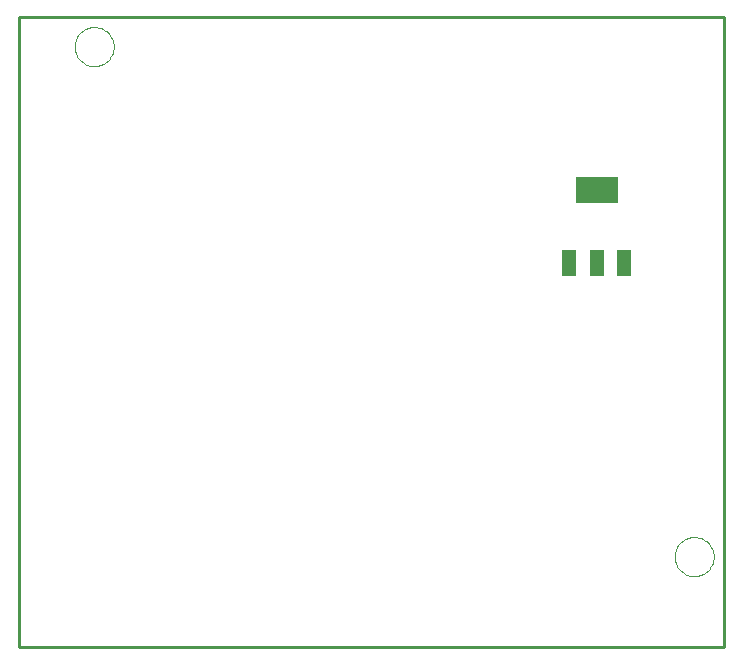
<source format=gtp>
G75*
G70*
%OFA0B0*%
%FSLAX24Y24*%
%IPPOS*%
%LPD*%
%AMOC8*
5,1,8,0,0,1.08239X$1,22.5*
%
%ADD10C,0.0100*%
%ADD11R,0.0480X0.0880*%
%ADD12R,0.1417X0.0866*%
%ADD13C,0.0000*%
D10*
X006259Y000161D02*
X006259Y021157D01*
X029754Y021157D01*
X029754Y000161D01*
X006259Y000161D01*
D11*
X024599Y012941D03*
X025509Y012941D03*
X026419Y012941D03*
D12*
X025509Y015381D03*
D13*
X008109Y020161D02*
X008111Y020211D01*
X008117Y020261D01*
X008127Y020311D01*
X008140Y020359D01*
X008157Y020407D01*
X008178Y020453D01*
X008202Y020497D01*
X008230Y020539D01*
X008261Y020579D01*
X008295Y020616D01*
X008332Y020651D01*
X008371Y020682D01*
X008412Y020711D01*
X008456Y020736D01*
X008502Y020758D01*
X008549Y020776D01*
X008597Y020790D01*
X008646Y020801D01*
X008696Y020808D01*
X008746Y020811D01*
X008797Y020810D01*
X008847Y020805D01*
X008897Y020796D01*
X008945Y020784D01*
X008993Y020767D01*
X009039Y020747D01*
X009084Y020724D01*
X009127Y020697D01*
X009167Y020667D01*
X009205Y020634D01*
X009240Y020598D01*
X009273Y020559D01*
X009302Y020518D01*
X009328Y020475D01*
X009351Y020430D01*
X009370Y020383D01*
X009385Y020335D01*
X009397Y020286D01*
X009405Y020236D01*
X009409Y020186D01*
X009409Y020136D01*
X009405Y020086D01*
X009397Y020036D01*
X009385Y019987D01*
X009370Y019939D01*
X009351Y019892D01*
X009328Y019847D01*
X009302Y019804D01*
X009273Y019763D01*
X009240Y019724D01*
X009205Y019688D01*
X009167Y019655D01*
X009127Y019625D01*
X009084Y019598D01*
X009039Y019575D01*
X008993Y019555D01*
X008945Y019538D01*
X008897Y019526D01*
X008847Y019517D01*
X008797Y019512D01*
X008746Y019511D01*
X008696Y019514D01*
X008646Y019521D01*
X008597Y019532D01*
X008549Y019546D01*
X008502Y019564D01*
X008456Y019586D01*
X008412Y019611D01*
X008371Y019640D01*
X008332Y019671D01*
X008295Y019706D01*
X008261Y019743D01*
X008230Y019783D01*
X008202Y019825D01*
X008178Y019869D01*
X008157Y019915D01*
X008140Y019963D01*
X008127Y020011D01*
X008117Y020061D01*
X008111Y020111D01*
X008109Y020161D01*
X028109Y003161D02*
X028111Y003211D01*
X028117Y003261D01*
X028127Y003311D01*
X028140Y003359D01*
X028157Y003407D01*
X028178Y003453D01*
X028202Y003497D01*
X028230Y003539D01*
X028261Y003579D01*
X028295Y003616D01*
X028332Y003651D01*
X028371Y003682D01*
X028412Y003711D01*
X028456Y003736D01*
X028502Y003758D01*
X028549Y003776D01*
X028597Y003790D01*
X028646Y003801D01*
X028696Y003808D01*
X028746Y003811D01*
X028797Y003810D01*
X028847Y003805D01*
X028897Y003796D01*
X028945Y003784D01*
X028993Y003767D01*
X029039Y003747D01*
X029084Y003724D01*
X029127Y003697D01*
X029167Y003667D01*
X029205Y003634D01*
X029240Y003598D01*
X029273Y003559D01*
X029302Y003518D01*
X029328Y003475D01*
X029351Y003430D01*
X029370Y003383D01*
X029385Y003335D01*
X029397Y003286D01*
X029405Y003236D01*
X029409Y003186D01*
X029409Y003136D01*
X029405Y003086D01*
X029397Y003036D01*
X029385Y002987D01*
X029370Y002939D01*
X029351Y002892D01*
X029328Y002847D01*
X029302Y002804D01*
X029273Y002763D01*
X029240Y002724D01*
X029205Y002688D01*
X029167Y002655D01*
X029127Y002625D01*
X029084Y002598D01*
X029039Y002575D01*
X028993Y002555D01*
X028945Y002538D01*
X028897Y002526D01*
X028847Y002517D01*
X028797Y002512D01*
X028746Y002511D01*
X028696Y002514D01*
X028646Y002521D01*
X028597Y002532D01*
X028549Y002546D01*
X028502Y002564D01*
X028456Y002586D01*
X028412Y002611D01*
X028371Y002640D01*
X028332Y002671D01*
X028295Y002706D01*
X028261Y002743D01*
X028230Y002783D01*
X028202Y002825D01*
X028178Y002869D01*
X028157Y002915D01*
X028140Y002963D01*
X028127Y003011D01*
X028117Y003061D01*
X028111Y003111D01*
X028109Y003161D01*
M02*

</source>
